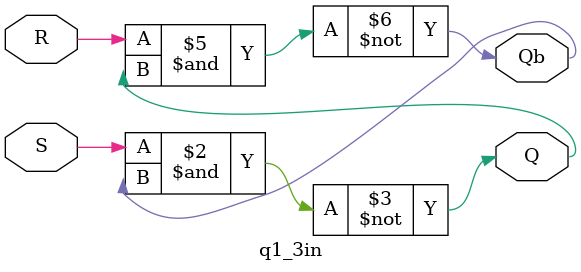
<source format=sv>
module q1_2in (input S, R, output Q, Qb);
    nand #8 N1 (Q, Qb, S);
    nand #8 N2 (Qb, Q, R);
endmodule

module q1_3in (input S, R, output Q, Qb);
    nand #12 N1 (Q, S, S, Qb);
    nand #12 N2 (Qb, R, R, Q);
endmodule
</source>
